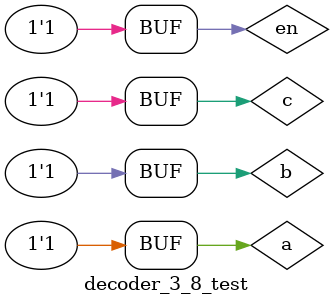
<source format=v>
module decoder_3_8_test;
reg a,b,c,en;
wire [7:0]y;
decoder_3_8_str inst(.a(a),.b(b),.c(c),.y(y),.en(en));
initial begin
en=1'b0;
#100
a=1'b0; b=1'b0; c=1'b0; en=1'b1;
#100
a=1'b0; b=1'b0; c=1'b1; en=1'b1;
#100
a=1'b0; b=1'b1; c=1'b0; en=1'b1;
#100
a=1'b0; b=1'b1; c=1'b1; en=1'b1;
#100
a=1'b1; b=1'b0; c=1'b0; en=1'b1;
#100
a=1'b1; b=1'b0; c=1'b1; en=1'b1;
#100
a=1'b1; b=1'b1; c=1'b0; en=1'b1;
#100
a=1'b1; b=1'b1; c=1'b1; en=1'b1;
end
endmodule


</source>
